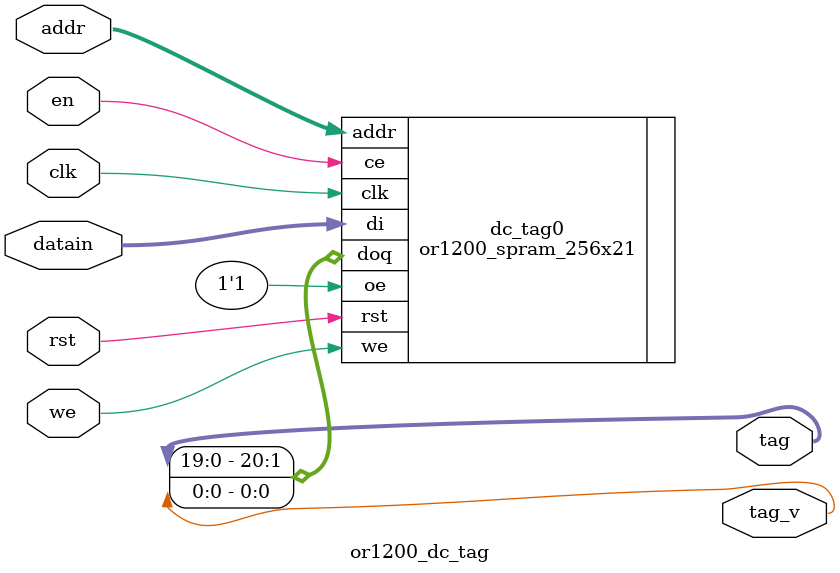
<source format=v>


//
// Dump VCD
//
//`define OR1200_VCD_DUMP

//
// Generate debug messages during simulation
//
//`define OR1200_VERBOSE

//  `define OR1200_ASIC
////////////////////////////////////////////////////////
//
// Typical configuration for an ASIC
//
`ifdef OR1200_ASIC

//
// Target ASIC memories
//
//`define OR1200_ARTISAN_SSP
//`define OR1200_ARTISAN_SDP
//`define OR1200_ARTISAN_STP
`define OR1200_VIRTUALSILICON_SSP
//`define OR1200_VIRTUALSILICON_STP_T1
//`define OR1200_VIRTUALSILICON_STP_T2

//
// Do not implement Data cache
//
//`define OR1200_NO_DC

//
// Do not implement Insn cache
//
//`define OR1200_NO_IC

//
// Do not implement Data MMU
//
//`define OR1200_NO_DMMU

//
// Do not implement Insn MMU
//
//`define OR1200_NO_IMMU

//
// Select between ASIC optimized and generic multiplier
//
//`define OR1200_ASIC_MULTP2_32X32
`define OR1200_GENERIC_MULTP2_32X32

//
// Size/type of insn/data cache if implemented
//
// `define OR1200_IC_1W_512B
// `define OR1200_IC_1W_4KB
`define OR1200_IC_1W_8KB
// `define OR1200_DC_1W_4KB
`define OR1200_DC_1W_8KB

`else


/////////////////////////////////////////////////////////
//
// Typical configuration for an FPGA
//

//
// Target FPGA memories
//
//`define OR1200_ALTERA_LPM
//`define OR1200_XILINX_RAMB16
//`define OR1200_XILINX_RAMB4
//`define OR1200_XILINX_RAM32X1D
//`define OR1200_USE_RAM16X1D_FOR_RAM32X1D

//
// Do not implement Data cache
//
//`define OR1200_NO_DC

//
// Do not implement Insn cache
//
//`define OR1200_NO_IC

//
// Do not implement Data MMU
//
`define OR1200_NO_DMMU

//
// Do not implement Insn MMU
//
`define OR1200_NO_IMMU

//
// Select between ASIC and generic multiplier
//
// (Generic seems to trigger a bug in the Cadence Ncsim simulator)
//
//`define OR1200_ASIC_MULTP2_32X32
`define OR1200_GENERIC_MULTP2_32X32

//
// Size/type of insn/data cache if implemented
// (consider available FPGA memory resources)
//
//`define OR1200_IC_1W_512B
`define OR1200_IC_1W_4KB
//`define OR1200_IC_1W_8KB
`define OR1200_DC_1W_4KB
//`define OR1200_DC_1W_8KB

`endif


//////////////////////////////////////////////////////////
//
// Do not change below unless you know what you are doing
//

//
// Enable RAM BIST
//
// At the moment this only works for Virtual Silicon
// single port RAMs. For other RAMs it has not effect.
// Special wrapper for VS RAMs needs to be provided
// with scan flops to facilitate bist scan.
//
//`define OR1200_BIST

//
// Register OR1200 WISHBONE outputs
// (must be defined/enabled)
//
`define OR1200_REGISTERED_OUTPUTS

//
// Register OR1200 WISHBONE inputs
//
// (must be undefined/disabled)
//
//`define OR1200_REGISTERED_INPUTS

//
// Disable bursts if they are not supported by the
// memory subsystem (only affect cache line fill)
//
//`define OR1200_NO_BURSTS
//

//
// WISHBONE retry counter range
//
// 2^value range for retry counter. Retry counter
// is activated whenever *wb_rty_i is asserted and
// until retry counter expires, corresponding
// WISHBONE interface is deactivated.
//
// To disable retry counters and *wb_rty_i all together,
// undefine this macro.
//
//`define OR1200_WB_RETRY 7

//
// WISHBONE Consecutive Address Burst
//
// This was used prior to WISHBONE B3 specification
// to identify bursts. It is no longer needed but
// remains enabled for compatibility with old designs.
//
// To remove *wb_cab_o ports undefine this macro.
//
`define OR1200_WB_CAB

//
// WISHBONE B3 compatible interface
//
// This follows the WISHBONE B3 specification.
// It is not enabled by default because most
// designs still don't use WB b3.
//
// To enable *wb_cti_o/*wb_bte_o ports,
// define this macro.
//
//`define OR1200_WB_B3

//
// Enable additional synthesis directives if using
// _Synopsys_ synthesis tool
//
//`define OR1200_ADDITIONAL_SYNOPSYS_DIRECTIVES

//
// Enables default statement in some case blocks
// and disables Synopsys synthesis directive full_case
//
// By default it is enabled. When disabled it
// can increase clock frequency.
//
`define OR1200_CASE_DEFAULT

//
// Operand width / register file address width
//
// (DO NOT CHANGE)
//
`define OR1200_OPERAND_WIDTH		32
`define OR1200_REGFILE_ADDR_WIDTH	5

//
// l.add/l.addi/l.and and optional l.addc/l.addic
// also set (compare) flag when result of their
// operation equals zero
//
// At the time of writing this, default or32
// C/C++ compiler doesn't generate code that
// would benefit from this optimization.
//
// By default this optimization is disabled to
// save area.
//
//`define OR1200_ADDITIONAL_FLAG_MODIFIERS

//
// Implement l.addc/l.addic instructions
//
// By default implementation of l.addc/l.addic
// instructions is enabled in case you need them.
// If you don't use them, then disable implementation
// to save area.
//
`define OR1200_IMPL_ADDC

//
// Implement carry bit SR[CY]
//
// By default implementation of SR[CY] is enabled
// to be compliant with the simulator. However
// SR[CY] is explicitly only used by l.addc/l.addic
// instructions and if these two insns are not
// implemented there is not much point having SR[CY].
//
`define OR1200_IMPL_CY

//
// Implement optional l.div/l.divu instructions
//
// By default divide instructions are not implemented
// to save area and increase clock frequency. or32 C/C++
// compiler can use soft library for division.
//
// To implement divide, multiplier needs to be implemented.
//
//`define OR1200_IMPL_DIV

//
// Implement rotate in the ALU
//
// At the time of writing this, or32
// C/C++ compiler doesn't generate rotate
// instructions. However or32 assembler
// can assemble code that uses rotate insn.
// This means that rotate instructions
// must be used manually inserted.
//
// By default implementation of rotate
// is disabled to save area and increase
// clock frequency.
//
//`define OR1200_IMPL_ALU_ROTATE

//
// Type of ALU compare to implement
//
// Try either one to find what yields
// higher clock frequencyin your case.
//
//`define OR1200_IMPL_ALU_COMP1
`define OR1200_IMPL_ALU_COMP2

//
// Implement multiplier
//
// By default multiplier is implemented
//
`define OR1200_MULT_IMPLEMENTED

//
// Implement multiply-and-accumulate
//
// By default MAC is implemented. To
// implement MAC, multiplier needs to be
// implemented.
//
`define OR1200_MAC_IMPLEMENTED

//
// Low power, slower multiplier
//
// Select between low-power (larger) multiplier
// and faster multiplier. The actual difference
// is only AND logic that prevents distribution
// of operands into the multiplier when instruction
// in execution is not multiply instruction
//
//`define OR1200_LOWPWR_MULT

//
// Clock ratio RISC clock versus WB clock
//
// If you plan to run WB:RISC clock fixed to 1:1, disable
// both defines
//
// For WB:RISC 1:2 or 1:1, enable OR1200_CLKDIV_2_SUPPORTED
// and use clmode to set ratio
//
// For WB:RISC 1:4, 1:2 or 1:1, enable both defines and use
// clmode to set ratio
//
`define OR1200_CLKDIV_2_SUPPORTED
//`define OR1200_CLKDIV_4_SUPPORTED

//
// Type of register file RAM
//
// Memory macro w/ two ports (see or1200_tpram_32x32.v)
//`define OR1200_RFRAM_TWOPORT
//
// Memory macro dual port (see or1200_dpram_32x32.v)
//`define OR1200_RFRAM_DUALPORT
//
// Generic (flip-flop based) register file (see or1200_rfram_generic.v)
`define OR1200_RFRAM_GENERIC

//
// Type of mem2reg aligner to implement.
//
// Once OR1200_IMPL_MEM2REG2 yielded faster
// circuit, however with today tools it will
// most probably give you slower circuit.
//
`define OR1200_IMPL_MEM2REG1
//`define OR1200_IMPL_MEM2REG2

//
// ALUOPs
//
`define OR1200_ALUOP_WIDTH	4
`define OR1200_ALUOP_NOP	4'd4
/* Order defined by arith insns that have two source operands both in regs
   (see binutils/include/opcode/or32.h) */
`define OR1200_ALUOP_ADD	4'd0
`define OR1200_ALUOP_ADDC	4'd1
`define OR1200_ALUOP_SUB	4'd2
`define OR1200_ALUOP_AND	4'd3
`define OR1200_ALUOP_OR		4'd4
`define OR1200_ALUOP_XOR	4'd5
`define OR1200_ALUOP_MUL	4'd6
`define OR1200_ALUOP_CUST5	4'd7
`define OR1200_ALUOP_SHROT	4'd8
`define OR1200_ALUOP_DIV	4'd9
`define OR1200_ALUOP_DIVU	4'd10
/* Order not specifically defined. */
`define OR1200_ALUOP_IMM	4'd11
`define OR1200_ALUOP_MOVHI	4'd12
`define OR1200_ALUOP_COMP	4'd13
`define OR1200_ALUOP_MTSR	4'd14
`define OR1200_ALUOP_MFSR	4'd15
`define OR1200_ALUOP_CMOV 4'd14
`define OR1200_ALUOP_FF1  4'd15
//
// MACOPs
//
`define OR1200_MACOP_WIDTH	2
`define OR1200_MACOP_NOP	2'b00
`define OR1200_MACOP_MAC	2'b01
`define OR1200_MACOP_MSB	2'b10

//
// Shift/rotate ops
//
`define OR1200_SHROTOP_WIDTH	2
`define OR1200_SHROTOP_NOP	2'd0
`define OR1200_SHROTOP_SLL	2'd0
`define OR1200_SHROTOP_SRL	2'd1
`define OR1200_SHROTOP_SRA	2'd2
`define OR1200_SHROTOP_ROR	2'd3

// Execution cycles per instruction
`define OR1200_MULTICYCLE_WIDTH	2
`define OR1200_ONE_CYCLE		2'd0
`define OR1200_TWO_CYCLES		2'd1

// Operand MUX selects
`define OR1200_SEL_WIDTH		2
`define OR1200_SEL_RF			2'd0
`define OR1200_SEL_IMM			2'd1
`define OR1200_SEL_EX_FORW		2'd2
`define OR1200_SEL_WB_FORW		2'd3

//
// BRANCHOPs
//
`define OR1200_BRANCHOP_WIDTH		3
`define OR1200_BRANCHOP_NOP		3'd0
`define OR1200_BRANCHOP_J		3'd1
`define OR1200_BRANCHOP_JR		3'd2
`define OR1200_BRANCHOP_BAL		3'd3
`define OR1200_BRANCHOP_BF		3'd4
`define OR1200_BRANCHOP_BNF		3'd5
`define OR1200_BRANCHOP_RFE		3'd6

//
// LSUOPs
//
// Bit 0: sign extend
// Bits 1-2: 00 doubleword, 01 byte, 10 halfword, 11 singleword
// Bit 3: 0 load, 1 store
`define OR1200_LSUOP_WIDTH		4
`define OR1200_LSUOP_NOP		4'b0000
`define OR1200_LSUOP_LBZ		4'b0010
`define OR1200_LSUOP_LBS		4'b0011
`define OR1200_LSUOP_LHZ		4'b0100
`define OR1200_LSUOP_LHS		4'b0101
`define OR1200_LSUOP_LWZ		4'b0110
`define OR1200_LSUOP_LWS		4'b0111
`define OR1200_LSUOP_LD		4'b0001
`define OR1200_LSUOP_SD		4'b1000
`define OR1200_LSUOP_SB		4'b1010
`define OR1200_LSUOP_SH		4'b1100
`define OR1200_LSUOP_SW		4'b1110

// FETCHOPs
`define OR1200_FETCHOP_WIDTH		1
`define OR1200_FETCHOP_NOP		1'b0
`define OR1200_FETCHOP_LW		1'b1

//
// Register File Write-Back OPs
//
// Bit 0: register file write enable
// Bits 2-1: write-back mux selects
`define OR1200_RFWBOP_WIDTH		3
`define OR1200_RFWBOP_NOP		3'b000
`define OR1200_RFWBOP_ALU		3'b001
`define OR1200_RFWBOP_LSU		3'b011
`define OR1200_RFWBOP_SPRS		3'b101
`define OR1200_RFWBOP_LR		3'b111

// Compare instructions
`define OR1200_COP_SFEQ       3'b000
`define OR1200_COP_SFNE       3'b001
`define OR1200_COP_SFGT       3'b010
`define OR1200_COP_SFGE       3'b011
`define OR1200_COP_SFLT       3'b100
`define OR1200_COP_SFLE       3'b101
`define OR1200_COP_X          3'b111
`define OR1200_SIGNED_COMPARE 'd3
`define OR1200_COMPOP_WIDTH	4

//
// TAGs for instruction bus
//
`define OR1200_ITAG_IDLE	4'h0	// idle bus
`define	OR1200_ITAG_NI		4'h1	// normal insn
`define OR1200_ITAG_BE		4'hb	// Bus error exception
`define OR1200_ITAG_PE		4'hc	// Page fault exception
`define OR1200_ITAG_TE		4'hd	// TLB miss exception

//
// TAGs for data bus
//
`define OR1200_DTAG_IDLE	4'h0	// idle bus
`define	OR1200_DTAG_ND		4'h1	// normal data
`define OR1200_DTAG_AE		4'ha	// Alignment exception
`define OR1200_DTAG_BE		4'hb	// Bus error exception
`define OR1200_DTAG_PE		4'hc	// Page fault exception
`define OR1200_DTAG_TE		4'hd	// TLB miss exception


//////////////////////////////////////////////
//
// ORBIS32 ISA specifics
//

// SHROT_OP position in machine word
`define OR1200_SHROTOP_POS		7:6

// ALU instructions multicycle field in machine word
`define OR1200_ALUMCYC_POS		9:8

//
// Instruction opcode groups (basic)
//
`define OR1200_OR32_J                 6'b000000
`define OR1200_OR32_JAL               6'b000001
`define OR1200_OR32_BNF               6'b000011
`define OR1200_OR32_BF                6'b000100
`define OR1200_OR32_NOP               6'b000101
`define OR1200_OR32_MOVHI             6'b000110
`define OR1200_OR32_XSYNC             6'b001000
`define OR1200_OR32_RFE               6'b001001
/* */
`define OR1200_OR32_JR                6'b010001
`define OR1200_OR32_JALR              6'b010010
`define OR1200_OR32_MACI              6'b010011
/* */
`define OR1200_OR32_LWZ               6'b100001
`define OR1200_OR32_LBZ               6'b100011
`define OR1200_OR32_LBS               6'b100100
`define OR1200_OR32_LHZ               6'b100101
`define OR1200_OR32_LHS               6'b100110
`define OR1200_OR32_ADDI              6'b100111
`define OR1200_OR32_ADDIC             6'b101000
`define OR1200_OR32_ANDI              6'b101001
`define OR1200_OR32_ORI               6'b101010
`define OR1200_OR32_XORI              6'b101011
`define OR1200_OR32_MULI              6'b101100
`define OR1200_OR32_MFSPR             6'b101101
`define OR1200_OR32_SH_ROTI 	      6'b101110
`define OR1200_OR32_SFXXI             6'b101111
/* */
`define OR1200_OR32_MTSPR             6'b110000
`define OR1200_OR32_MACMSB            6'b110001
/* */
`define OR1200_OR32_SW                6'b110101
`define OR1200_OR32_SB                6'b110110
`define OR1200_OR32_SH                6'b110111
`define OR1200_OR32_ALU               6'b111000
`define OR1200_OR32_SFXX              6'b111001
//`define OR1200_OR32_CUST5             6'b111100


/////////////////////////////////////////////////////
//
// Exceptions
//

//
// Exception vectors per OR1K architecture:
// 0xPPPPP100 - reset
// 0xPPPPP200 - bus error
// ... etc
// where P represents exception prefix.
//
// Exception vectors can be customized as per
// the following formula:
// 0xPPPPPNVV - exception N
//
// P represents exception prefix
// N represents exception N
// VV represents length of the individual vector space,
//   usually it is 8 bits wide and starts with all bits zero
//

//
// PPPPP and VV parts
//
// Sum of these two defines needs to be 28
//
`define OR1200_EXCEPT_EPH0_P 20'h00000
`define OR1200_EXCEPT_EPH1_P 20'hF0000
`define OR1200_EXCEPT_V		   8'h00

//
// N part width
//
`define OR1200_EXCEPT_WIDTH 4

//
// Definition of exception vectors
//
// To avoid implementation of a certain exception,
// simply comment out corresponding line
//
`define OR1200_EXCEPT_UNUSED		`OR1200_EXCEPT_WIDTH'hf
`define OR1200_EXCEPT_TRAP		`OR1200_EXCEPT_WIDTH'he
`define OR1200_EXCEPT_BREAK		`OR1200_EXCEPT_WIDTH'hd
`define OR1200_EXCEPT_SYSCALL		`OR1200_EXCEPT_WIDTH'hc
`define OR1200_EXCEPT_RANGE		`OR1200_EXCEPT_WIDTH'hb
`define OR1200_EXCEPT_ITLBMISS		`OR1200_EXCEPT_WIDTH'ha
`define OR1200_EXCEPT_DTLBMISS		`OR1200_EXCEPT_WIDTH'h9
`define OR1200_EXCEPT_INT		`OR1200_EXCEPT_WIDTH'h8
`define OR1200_EXCEPT_ILLEGAL		`OR1200_EXCEPT_WIDTH'h7
`define OR1200_EXCEPT_ALIGN		`OR1200_EXCEPT_WIDTH'h6
`define OR1200_EXCEPT_TICK		`OR1200_EXCEPT_WIDTH'h5
`define OR1200_EXCEPT_IPF		`OR1200_EXCEPT_WIDTH'h4
`define OR1200_EXCEPT_DPF		`OR1200_EXCEPT_WIDTH'h3
`define OR1200_EXCEPT_BUSERR		`OR1200_EXCEPT_WIDTH'h2
`define OR1200_EXCEPT_RESET		`OR1200_EXCEPT_WIDTH'h1
`define OR1200_EXCEPT_NONE		`OR1200_EXCEPT_WIDTH'h0


/////////////////////////////////////////////////////
//
// SPR groups
//

// Bits that define the group
`define OR1200_SPR_GROUP_BITS	15:11

// Width of the group bits
`define OR1200_SPR_GROUP_WIDTH 	5

// Bits that define offset inside the group
`define OR1200_SPR_OFS_BITS 10:0

// List of groups
`define OR1200_SPR_GROUP_SYS	5'd00
`define OR1200_SPR_GROUP_DMMU	5'd01
`define OR1200_SPR_GROUP_IMMU	5'd02
`define OR1200_SPR_GROUP_DC	5'd03
`define OR1200_SPR_GROUP_IC	5'd04
`define OR1200_SPR_GROUP_MAC	5'd05
`define OR1200_SPR_GROUP_DU	5'd06
`define OR1200_SPR_GROUP_PM	5'd08
`define OR1200_SPR_GROUP_PIC	5'd09
`define OR1200_SPR_GROUP_TT	5'd10


/////////////////////////////////////////////////////
//
// System group
//

//
// System registers
//
`define OR1200_SPR_CFGR		7'd0
`define OR1200_SPR_RF		6'd32	// 1024 >> 5
`define OR1200_SPR_NPC		11'd16
`define OR1200_SPR_SR		11'd17
`define OR1200_SPR_PPC		11'd18
`define OR1200_SPR_EPCR		11'd32
`define OR1200_SPR_EEAR		11'd48
`define OR1200_SPR_ESR		11'd64

//
// SR bits
//
`define OR1200_SR_WIDTH 16
`define OR1200_SR_SM   0
`define OR1200_SR_TEE  1
`define OR1200_SR_IEE  2
`define OR1200_SR_DCE  3
`define OR1200_SR_ICE  4
`define OR1200_SR_DME  5
`define OR1200_SR_IME  6
`define OR1200_SR_LEE  7
`define OR1200_SR_CE   8
`define OR1200_SR_F    9
`define OR1200_SR_CY   10	// Unused
`define OR1200_SR_OV   11	// Unused
`define OR1200_SR_OVE  12	// Unused
`define OR1200_SR_DSX  13	// Unused
`define OR1200_SR_EPH  14
`define OR1200_SR_FO   15
`define OR1200_SR_CID  31:28	// Unimplemented

//
// Bits that define offset inside the group
//
`define OR1200_SPROFS_BITS 10:0

//
// Default Exception Prefix
//
// 1'b0 - OR1200_EXCEPT_EPH0_P (0x0000_0000)
// 1'b1 - OR1200_EXCEPT_EPH1_P (0xF000_0000)
//
`define OR1200_SR_EPH_DEF	1'b0

/////////////////////////////////////////////////////
//
// Power Management (PM)
//

// Define it if you want PM implemented
`define OR1200_PM_IMPLEMENTED

// Bit positions inside PMR (don't change)
`define OR1200_PM_PMR_SDF 3:0
`define OR1200_PM_PMR_DME 4
`define OR1200_PM_PMR_SME 5
`define OR1200_PM_PMR_DCGE 6
`define OR1200_PM_PMR_UNUSED 31:7

// PMR offset inside PM group of registers
`define OR1200_PM_OFS_PMR 11'b0

// PM group
`define OR1200_SPRGRP_PM 5'd8

// Define if PMR can be read/written at any address inside PM group
`define OR1200_PM_PARTIAL_DECODING

// Define if reading PMR is allowed
`define OR1200_PM_READREGS

// Define if unused PMR bits should be zero
`define OR1200_PM_UNUSED_ZERO


/////////////////////////////////////////////////////
//
// Debug Unit (DU)
//

// Define it if you want DU implemented
`define OR1200_DU_IMPLEMENTED

//
// Define if you want HW Breakpoints
// (if HW breakpoints are not implemented
// only default software trapping is
// possible with l.trap insn - this is
// however already enough for use
// with or32 gdb)
//
//`define OR1200_DU_HWBKPTS

// Number of DVR/DCR pairs if HW breakpoints enabled
`define OR1200_DU_DVRDCR_PAIRS 8

// Define if you want trace buffer
//`define OR1200_DU_TB_IMPLEMENTED

//
// Address offsets of DU registers inside DU group
//
// To not implement a register, doq not define its address
//
`ifdef OR1200_DU_HWBKPTS
`define OR1200_DU_DVR0		11'd0
`define OR1200_DU_DVR1		11'd1
`define OR1200_DU_DVR2		11'd2
`define OR1200_DU_DVR3		11'd3
`define OR1200_DU_DVR4		11'd4
`define OR1200_DU_DVR5		11'd5
`define OR1200_DU_DVR6		11'd6
`define OR1200_DU_DVR7		11'd7
`define OR1200_DU_DCR0		11'd8
`define OR1200_DU_DCR1		11'd9
`define OR1200_DU_DCR2		11'd10
`define OR1200_DU_DCR3		11'd11
`define OR1200_DU_DCR4		11'd12
`define OR1200_DU_DCR5		11'd13
`define OR1200_DU_DCR6		11'd14
`define OR1200_DU_DCR7		11'd15
`endif
`define OR1200_DU_DMR1		11'd16
`ifdef OR1200_DU_HWBKPTS
`define OR1200_DU_DMR2		11'd17
`define OR1200_DU_DWCR0		11'd18
`define OR1200_DU_DWCR1		11'd19
`endif
`define OR1200_DU_DSR		11'd20
`define OR1200_DU_DRR		11'd21
`ifdef OR1200_DU_TB_IMPLEMENTED
`define OR1200_DU_TBADR		11'h0ff
`define OR1200_DU_TBIA		11'h1xx
`define OR1200_DU_TBIM		11'h2xx
`define OR1200_DU_TBAR		11'h3xx
`define OR1200_DU_TBTS		11'h4xx
`endif

// Position of offset bits inside SPR address
`define OR1200_DUOFS_BITS	10:0

// DCR bits
`define OR1200_DU_DCR_DP	0
`define OR1200_DU_DCR_CC	3:1
`define OR1200_DU_DCR_SC	4
`define OR1200_DU_DCR_CT	7:5

// DMR1 bits
`define OR1200_DU_DMR1_CW0	1:0
`define OR1200_DU_DMR1_CW1	3:2
`define OR1200_DU_DMR1_CW2	5:4
`define OR1200_DU_DMR1_CW3	7:6
`define OR1200_DU_DMR1_CW4	9:8
`define OR1200_DU_DMR1_CW5	11:10
`define OR1200_DU_DMR1_CW6	13:12
`define OR1200_DU_DMR1_CW7	15:14
`define OR1200_DU_DMR1_CW8	17:16
`define OR1200_DU_DMR1_CW9	19:18
`define OR1200_DU_DMR1_CW10	21:20
`define OR1200_DU_DMR1_ST	22
`define OR1200_DU_DMR1_BT	23
`define OR1200_DU_DMR1_DXFW	24
`define OR1200_DU_DMR1_ETE	25

// DMR2 bits
`define OR1200_DU_DMR2_WCE0	0
`define OR1200_DU_DMR2_WCE1	1
`define OR1200_DU_DMR2_AWTC	12:2
`define OR1200_DU_DMR2_WGB	23:13

// DWCR bits
`define OR1200_DU_DWCR_COUNT	15:0
`define OR1200_DU_DWCR_MATCH	31:16

// DSR bits
`define OR1200_DU_DSR_WIDTH	14
`define OR1200_DU_DSR_RSTE	0
`define OR1200_DU_DSR_BUSEE	1
`define OR1200_DU_DSR_DPFE	2
`define OR1200_DU_DSR_IPFE	3
`define OR1200_DU_DSR_TTE	4
`define OR1200_DU_DSR_AE	5
`define OR1200_DU_DSR_IIE	6
`define OR1200_DU_DSR_IE	7
`define OR1200_DU_DSR_DME	8
`define OR1200_DU_DSR_IME	9
`define OR1200_DU_DSR_RE	10
`define OR1200_DU_DSR_SCE	11
`define OR1200_DU_DSR_BE	12
`define OR1200_DU_DSR_TE	13

// DRR bits
`define OR1200_DU_DRR_RSTE	0
`define OR1200_DU_DRR_BUSEE	1
`define OR1200_DU_DRR_DPFE	2
`define OR1200_DU_DRR_IPFE	3
`define OR1200_DU_DRR_TTE	4
`define OR1200_DU_DRR_AE	5
`define OR1200_DU_DRR_IIE	6
`define OR1200_DU_DRR_IE	7
`define OR1200_DU_DRR_DME	8
`define OR1200_DU_DRR_IME	9
`define OR1200_DU_DRR_RE	10
`define OR1200_DU_DRR_SCE	11
`define OR1200_DU_DRR_BE	12
`define OR1200_DU_DRR_TE	13

// Define if reading DU regs is allowed
`define OR1200_DU_READREGS

// Define if unused DU registers bits should be zero
`define OR1200_DU_UNUSED_ZERO

// Define if IF/LSU status is not needed by devel i/f
`define OR1200_DU_STATUS_UNIMPLEMENTED

/////////////////////////////////////////////////////
//
// Programmable Interrupt Controller (PIC)
//

// Define it if you want PIC implemented
`define OR1200_PIC_IMPLEMENTED

// Define number of interrupt inputs (2-31)
`define OR1200_PIC_INTS 20

// Address offsets of PIC registers inside PIC group
`define OR1200_PIC_OFS_PICMR 2'd0
`define OR1200_PIC_OFS_PICSR 2'd2

// Position of offset bits inside SPR address
`define OR1200_PICOFS_BITS 1:0

// Define if you want these PIC registers to be implemented
`define OR1200_PIC_PICMR
`define OR1200_PIC_PICSR

// Define if reading PIC registers is allowed
`define OR1200_PIC_READREGS

// Define if unused PIC register bits should be zero
`define OR1200_PIC_UNUSED_ZERO


/////////////////////////////////////////////////////
//
// Tick Timer (TT)
//

// Define it if you want TT implemented
`define OR1200_TT_IMPLEMENTED

// Address offsets of TT registers inside TT group
`define OR1200_TT_OFS_TTMR 1'd0
`define OR1200_TT_OFS_TTCR 1'd1

// Position of offset bits inside SPR group
`define OR1200_TTOFS_BITS 0

// Define if you want these TT registers to be implemented
`define OR1200_TT_TTMR
`define OR1200_TT_TTCR

// TTMR bits
`define OR1200_TT_TTMR_TP 27:0
`define OR1200_TT_TTMR_IP 28
`define OR1200_TT_TTMR_IE 29
`define OR1200_TT_TTMR_M 31:30

// Define if reading TT registers is allowed
`define OR1200_TT_READREGS


//////////////////////////////////////////////
//
// MAC
//
`define OR1200_MAC_ADDR		0	// MACLO 0xxxxxxxx1, MACHI 0xxxxxxxx0
`define OR1200_MAC_SPR_WE		// Define if MACLO/MACHI are SPR writable

//
// Shift {MACHI,MACLO} into destination register when executing l.macrc
//
// According to architecture manual there is no shift, so default value is 0.
//
// However the implementation has deviated in this from the arch manual and had hard coded shift by 28 bits which
// is a useful optimization for MP3 decoding (if using libmad fixed point library). Shifts are no longer
// default setup, but if you need to remain backward compatible, define your shift bits, which were normally
// dest_GPR = {MACHI,MACLO}[59:28]
`define OR1200_MAC_SHIFTBY	0	// 0 = According to arch manual, 28 = obsolete backward compatibility


//////////////////////////////////////////////
//
// Data MMU (DMMU)
//

//
// Address that selects between TLB TR and MR
//
`define OR1200_DTLB_TM_ADDR	7

//
// DTLBMR fields
//
`define	OR1200_DTLBMR_V_BITS	0
`define	OR1200_DTLBMR_CID_BITS	4:1
`define	OR1200_DTLBMR_RES_BITS	11:5
`define OR1200_DTLBMR_VPN_BITS	31:13

//
// DTLBTR fields
//
`define	OR1200_DTLBTR_CC_BITS	0
`define	OR1200_DTLBTR_CI_BITS	1
`define	OR1200_DTLBTR_WBC_BITS	2
`define	OR1200_DTLBTR_WOM_BITS	3
`define	OR1200_DTLBTR_A_BITS	4
`define	OR1200_DTLBTR_D_BITS	5
`define	OR1200_DTLBTR_URE_BITS	6
`define	OR1200_DTLBTR_UWE_BITS	7
`define	OR1200_DTLBTR_SRE_BITS	8
`define	OR1200_DTLBTR_SWE_BITS	9
`define	OR1200_DTLBTR_RES_BITS	11:10
`define OR1200_DTLBTR_PPN_BITS	31:13

//
// DTLB configuration
//
`define	OR1200_DMMU_PS		13					// 13 for 8KB page size
`define	OR1200_DTLB_INDXW	6					// 6 for 64 entry DTLB	7 for 128 entries
`define OR1200_DTLB_INDXL	`OR1200_DMMU_PS				// 13			13
`define OR1200_DTLB_INDXH	`OR1200_DMMU_PS+`OR1200_DTLB_INDXW-1	// 18			19
`define	OR1200_DTLB_INDX	`OR1200_DTLB_INDXH:`OR1200_DTLB_INDXL	// 18:13		19:13
`define OR1200_DTLB_TAGW	32-`OR1200_DTLB_INDXW-`OR1200_DMMU_PS	// 13			12
`define OR1200_DTLB_TAGL	`OR1200_DTLB_INDXH+1			// 19			20
`define	OR1200_DTLB_TAG		31:`OR1200_DTLB_TAGL			// 31:19		31:20
`define	OR1200_DTLBMRW		`OR1200_DTLB_TAGW+1			// +1 because of V bit
`define	OR1200_DTLBTRW		32-`OR1200_DMMU_PS+5			// +5 because of protection bits and CI

//
// Cache inhibit while DMMU is not enabled/implemented
//
// cache inhibited 0GB-4GB		1'b1
// cache inhibited 0GB-2GB		!dcpu_adr_i[31]
// cache inhibited 0GB-1GB 2GB-3GB	!dcpu_adr_i[30]
// cache inhibited 1GB-2GB 3GB-4GB	dcpu_adr_i[30]
// cache inhibited 2GB-4GB (default)	dcpu_adr_i[31]
// cached 0GB-4GB			1'b0
//
`define OR1200_DMMU_CI			dcpu_adr_i[31]


//////////////////////////////////////////////
//
// Insn MMU (IMMU)
//

//
// Address that selects between TLB TR and MR
//
`define OR1200_ITLB_TM_ADDR	7

//
// ITLBMR fields
//
`define	OR1200_ITLBMR_V_BITS	0
`define	OR1200_ITLBMR_CID_BITS	4:1
`define	OR1200_ITLBMR_RES_BITS	11:5
`define OR1200_ITLBMR_VPN_BITS	31:13

//
// ITLBTR fields
//
`define	OR1200_ITLBTR_CC_BITS	0
`define	OR1200_ITLBTR_CI_BITS	1
`define	OR1200_ITLBTR_WBC_BITS	2
`define	OR1200_ITLBTR_WOM_BITS	3
`define	OR1200_ITLBTR_A_BITS	4
`define	OR1200_ITLBTR_D_BITS	5
`define	OR1200_ITLBTR_SXE_BITS	6
`define	OR1200_ITLBTR_UXE_BITS	7
`define	OR1200_ITLBTR_RES_BITS	11:8
`define OR1200_ITLBTR_PPN_BITS	31:13

//
// ITLB configuration
//
`define	OR1200_IMMU_PS		13					// 13 for 8KB page size
`define	OR1200_ITLB_INDXW	6					// 6 for 64 entry ITLB	7 for 128 entries
`define OR1200_ITLB_INDXL	`OR1200_IMMU_PS				// 13			13
`define OR1200_ITLB_INDXH	`OR1200_IMMU_PS+`OR1200_ITLB_INDXW-1	// 18			19
`define	OR1200_ITLB_INDX	`OR1200_ITLB_INDXH:`OR1200_ITLB_INDXL	// 18:13		19:13
`define OR1200_ITLB_TAGW	32-`OR1200_ITLB_INDXW-`OR1200_IMMU_PS	// 13			12
`define OR1200_ITLB_TAGL	`OR1200_ITLB_INDXH+1			// 19			20
`define	OR1200_ITLB_TAG		31:`OR1200_ITLB_TAGL			// 31:19		31:20
`define	OR1200_ITLBMRW		`OR1200_ITLB_TAGW+1			// +1 because of V bit
`define	OR1200_ITLBTRW		32-`OR1200_IMMU_PS+3			// +3 because of protection bits and CI

//
// Cache inhibit while IMMU is not enabled/implemented
// Note: all combinations that use icpu_adr_i cause async loop
//
// cache inhibited 0GB-4GB		1'b1
// cache inhibited 0GB-2GB		!icpu_adr_i[31]
// cache inhibited 0GB-1GB 2GB-3GB	!icpu_adr_i[30]
// cache inhibited 1GB-2GB 3GB-4GB	icpu_adr_i[30]
// cache inhibited 2GB-4GB (default)	icpu_adr_i[31]
// cached 0GB-4GB			1'b0
//
`define OR1200_IMMU_CI			1'b0


/////////////////////////////////////////////////
//
// Insn cache (IC)
//

// 3 for 8 bytes, 4 for 16 bytes etc
`define OR1200_ICLS		4

//
// IC configurations
//
`ifdef OR1200_IC_1W_512B
`define OR1200_ICSIZE   9     // 512
`define OR1200_ICINDX   `OR1200_ICSIZE-2 // 7
`define OR1200_ICINDXH  `OR1200_ICSIZE-1 // 8
`define OR1200_ICTAGL   `OR1200_ICINDXH+1 // 9
`define OR1200_ICTAG    `OR1200_ICSIZE-`OR1200_ICLS // 5
`define OR1200_ICTAG_W  24
`endif
`ifdef OR1200_IC_1W_4KB
`define OR1200_ICSIZE			12			// 4096
`define OR1200_ICINDX			`OR1200_ICSIZE-2	// 10
`define OR1200_ICINDXH			`OR1200_ICSIZE-1	// 11
`define OR1200_ICTAGL			`OR1200_ICINDXH+1	// 12
`define	OR1200_ICTAG			`OR1200_ICSIZE-`OR1200_ICLS	// 8
`define	OR1200_ICTAG_W			21
`endif
`ifdef OR1200_IC_1W_8KB
`define OR1200_ICSIZE			13			// 8192
`define OR1200_ICINDX			`OR1200_ICSIZE-2	// 11
`define OR1200_ICINDXH			`OR1200_ICSIZE-1	// 12
`define OR1200_ICTAGL			`OR1200_ICINDXH+1	// 13
`define	OR1200_ICTAG			`OR1200_ICSIZE-`OR1200_ICLS	// 9
`define	OR1200_ICTAG_W			20
`endif


/////////////////////////////////////////////////
//
// Data cache (DC)
//

// 3 for 8 bytes, 4 for 16 bytes etc
`define OR1200_DCLS		4

// Define to perform store refill (potential performance penalty)
// `define OR1200_DC_STORE_REFILL

//
// DC configurations
//
`ifdef OR1200_DC_1W_4KB
`define OR1200_DCSIZE			12			// 4096
`define OR1200_DCINDX			`OR1200_DCSIZE-2	// 10
`define OR1200_DCINDXH			`OR1200_DCSIZE-1	// 11
`define OR1200_DCTAGL			`OR1200_DCINDXH+1	// 12
`define	OR1200_DCTAG			`OR1200_DCSIZE-`OR1200_DCLS	// 8
`define	OR1200_DCTAG_W			21
`endif
`ifdef OR1200_DC_1W_8KB
`define OR1200_DCSIZE			13			// 8192
`define OR1200_DCINDX			`OR1200_DCSIZE-2	// 11
`define OR1200_DCINDXH			`OR1200_DCSIZE-1	// 12
`define OR1200_DCTAGL			`OR1200_DCINDXH+1	// 13
`define	OR1200_DCTAG			`OR1200_DCSIZE-`OR1200_DCLS	// 9
`define	OR1200_DCTAG_W			20
`endif

/////////////////////////////////////////////////
//
// Store buffer (SB)
//

//
// Store buffer
//
// It will improve performance by "caching" CPU stores
// using store buffer. This is most important for function
// prologues because DC can only work in write though mode
// and all stores would have to complete external WB writes
// to memory.
// Store buffer is between DC and data BIU.
// All stores will be stored into store buffer and immediately
// completed by the CPU, even though actual external writes
// will be performed later. As a consequence store buffer masks
// all data bus errors related to stores (data bus errors
// related to loads are delivered normally).
// All pending CPU loads will wait until store buffer is empty to
// ensure strict memory model. Right now this is necessary because
// we don't make destinction between cached and cache inhibited
// address space, so we simply empty store buffer until loads
// can begin.
//
// It makes design a bit bigger, depending what is the number of
// entries in SB FIFO. Number of entries can be changed further
// down.
//
`define OR1200_SB_IMPLEMENTED

//
// Number of store buffer entries
//
// Verified number of entries are 4 and 8 entries
// (2 and 3 for OR1200_SB_LOG). OR1200_SB_ENTRIES must
// always match 2**OR1200_SB_LOG.
// To disable store buffer, undefine
// OR1200_SB_IMPLEMENTED.
//
`define OR1200_SB_LOG		2	// 2 or 3
`define OR1200_SB_ENTRIES	4	// 4 or 8


/////////////////////////////////////////////////
//
// Quick Embedded Memory (QMEM)
//

//
// Quick Embedded Memory
//
// Instantiation of dedicated insn/data memory (RAM or ROM).
// Insn fetch has effective throughput 1insn / clock cycle.
// Data load takes two clock cycles / access, data store
// takes 1 clock cycle / access (if there is no insn fetch)).
// Memory instantiation is shared between insn and data,
// meaning if insn fetch are performed, data load/store
// performance will be lower.
//
// Main reason for QMEM is to put some time critical functions
// into this memory and to have predictable and fast access
// to these functions. (soft fpu, context switch, exception
// handlers, stack, etc)
//
// It makes design a bit bigger and slower. QMEM sits behind
// IMMU/DMMU so all addresses are physical (so the MMUs can be
// used with QMEM and QMEM is seen by the CPU just like any other
// memory in the system). IC/DC are sitting behind QMEM so the
// whole design timing might be worse with QMEM implemented.
//
`define OR1200_QMEM_IMPLEMENTED

//
// Base address and mask of QMEM
//
// Base address defines first address of QMEM. Mask defines
// QMEM range in address space. Actual size of QMEM is however
// determined with instantiated RAM/ROM. However bigger
// mask will reserve more address space for QMEM, but also
// make design faster, while more tight mask will take
// less address space but also make design slower. If
// instantiated RAM/ROM is smaller than space reserved with
// the mask, instatiated RAM/ROM will also be shadowed
// at higher addresses in reserved space.
//
`define OR1200_QMEM_IADDR	32'h0080_0000
`define OR1200_QMEM_IMASK	32'hfff0_0000	// Max QMEM size 1MB
`define OR1200_QMEM_DADDR  32'h0080_0000
`define OR1200_QMEM_DMASK  32'hfff0_0000 // Max QMEM size 1MB

//
// QMEM interface byte-select capability
//
// To enable qmem_sel* ports, define this macro.
//
`define OR1200_QMEM_BSEL

//
// QMEM interface acknowledge
//
// To enable qmem_ack port, define this macro.
//
//`define OR1200_QMEM_ACK

/////////////////////////////////////////////////////
//
// VR, UPR and Configuration Registers
//
//
// VR, UPR and configuration registers are optional. If 
// implemented, operating system can automatically figure
// out how to use the processor because it knows 
// what units are available in the processor and how they
// are configured.
//
// This section must be last in or1200_defines.v file so
// that all units are already configured and thus
// configuration registers are properly set.
// 

// Define if you want configuration registers implemented
`define OR1200_CFGR_IMPLEMENTED

// Define if you want full address decode inside SYS group
`define OR1200_SYS_FULL_DECODE

// Offsets of VR, UPR and CFGR registers
`define OR1200_SPRGRP_SYS_VR		4'h0
`define OR1200_SPRGRP_SYS_UPR		4'h1
`define OR1200_SPRGRP_SYS_CPUCFGR	4'h2
`define OR1200_SPRGRP_SYS_DMMUCFGR	4'h3
`define OR1200_SPRGRP_SYS_IMMUCFGR	4'h4
`define OR1200_SPRGRP_SYS_DCCFGR	4'h5
`define OR1200_SPRGRP_SYS_ICCFGR	4'h6
`define OR1200_SPRGRP_SYS_DCFGR	4'h7

// VR fields
`define OR1200_VR_REV_BITS		5:0
`define OR1200_VR_RES1_BITS		15:6
`define OR1200_VR_CFG_BITS		23:16
`define OR1200_VR_VER_BITS		31:24

// VR values
`define OR1200_VR_REV			6'h01
`define OR1200_VR_RES1			10'h000
`define OR1200_VR_CFG			8'h00
`define OR1200_VR_VER			8'h12

// UPR fields
`define OR1200_UPR_UP_BITS		0
`define OR1200_UPR_DCP_BITS		1
`define OR1200_UPR_ICP_BITS		2
`define OR1200_UPR_DMP_BITS		3
`define OR1200_UPR_IMP_BITS		4
`define OR1200_UPR_MP_BITS		5
`define OR1200_UPR_DUP_BITS		6
`define OR1200_UPR_PCUP_BITS		7
`define OR1200_UPR_PMP_BITS		8
`define OR1200_UPR_PICP_BITS		9
`define OR1200_UPR_TTP_BITS		10
`define OR1200_UPR_RES1_BITS		23:11
`define OR1200_UPR_CUP_BITS		31:24

// UPR values
`define OR1200_UPR_UP			1'b1
`ifdef OR1200_NO_DC
`define OR1200_UPR_DCP			1'b0
`else
`define OR1200_UPR_DCP			1'b1
`endif
`ifdef OR1200_NO_IC
`define OR1200_UPR_ICP			1'b0
`else
`define OR1200_UPR_ICP			1'b1
`endif
`ifdef OR1200_NO_DMMU
`define OR1200_UPR_DMP			1'b0
`else
`define OR1200_UPR_DMP			1'b1
`endif
`ifdef OR1200_NO_IMMU
`define OR1200_UPR_IMP			1'b0
`else
`define OR1200_UPR_IMP			1'b1
`endif
`define OR1200_UPR_MP			1'b1	// MAC always present
`ifdef OR1200_DU_IMPLEMENTED
`define OR1200_UPR_DUP			1'b1
`else
`define OR1200_UPR_DUP			1'b0
`endif
`define OR1200_UPR_PCUP			1'b0	// Performance counters not present
`ifdef OR1200_DU_IMPLEMENTED
`define OR1200_UPR_PMP			1'b1
`else
`define OR1200_UPR_PMP			1'b0
`endif
`ifdef OR1200_DU_IMPLEMENTED
`define OR1200_UPR_PICP			1'b1
`else
`define OR1200_UPR_PICP			1'b0
`endif
`ifdef OR1200_DU_IMPLEMENTED
`define OR1200_UPR_TTP			1'b1
`else
`define OR1200_UPR_TTP			1'b0
`endif
`define OR1200_UPR_RES1			13'h0000
`define OR1200_UPR_CUP			8'h00

// CPUCFGR fields
`define OR1200_CPUCFGR_NSGF_BITS	3:0
`define OR1200_CPUCFGR_HGF_BITS	4
`define OR1200_CPUCFGR_OB32S_BITS	5
`define OR1200_CPUCFGR_OB64S_BITS	6
`define OR1200_CPUCFGR_OF32S_BITS	7
`define OR1200_CPUCFGR_OF64S_BITS	8
`define OR1200_CPUCFGR_OV64S_BITS	9
`define OR1200_CPUCFGR_RES1_BITS	31:10

// CPUCFGR values
`define OR1200_CPUCFGR_NSGF		4'h0
`define OR1200_CPUCFGR_HGF		1'b0
`define OR1200_CPUCFGR_OB32S		1'b1
`define OR1200_CPUCFGR_OB64S		1'b0
`define OR1200_CPUCFGR_OF32S		1'b0
`define OR1200_CPUCFGR_OF64S		1'b0
`define OR1200_CPUCFGR_OV64S		1'b0
`define OR1200_CPUCFGR_RES1		22'h000000

// DMMUCFGR fields
`define OR1200_DMMUCFGR_NTW_BITS	1:0
`define OR1200_DMMUCFGR_NTS_BITS	4:2
`define OR1200_DMMUCFGR_NAE_BITS	7:5
`define OR1200_DMMUCFGR_CRI_BITS	8
`define OR1200_DMMUCFGR_PRI_BITS	9
`define OR1200_DMMUCFGR_TEIRI_BITS	10
`define OR1200_DMMUCFGR_HTR_BITS	11
`define OR1200_DMMUCFGR_RES1_BITS	31:12

// DMMUCFGR values
`ifdef OR1200_NO_DMMU
`define OR1200_DMMUCFGR_NTW		2'h0	// Irrelevant
`define OR1200_DMMUCFGR_NTS		3'h0	// Irrelevant
`define OR1200_DMMUCFGR_NAE		3'h0	// Irrelevant
`define OR1200_DMMUCFGR_CRI		1'b0	// Irrelevant
`define OR1200_DMMUCFGR_PRI		1'b0	// Irrelevant
`define OR1200_DMMUCFGR_TEIRI		1'b0	// Irrelevant
`define OR1200_DMMUCFGR_HTR		1'b0	// Irrelevant
`define OR1200_DMMUCFGR_RES1		20'h00000
`else
`define OR1200_DMMUCFGR_NTW		2'h0	// 1 TLB way
`define OR1200_DMMUCFGR_NTS 3'h`OR1200_DTLB_INDXW	// Num TLB sets
`define OR1200_DMMUCFGR_NAE		3'h0	// No ATB entries
`define OR1200_DMMUCFGR_CRI		1'b0	// No control register
`define OR1200_DMMUCFGR_PRI		1'b0	// No protection reg
`define OR1200_DMMUCFGR_TEIRI		1'b1	// TLB entry inv reg impl.
`define OR1200_DMMUCFGR_HTR		1'b0	// No HW TLB reload
`define OR1200_DMMUCFGR_RES1		20'h00000
`endif

// IMMUCFGR fields
`define OR1200_IMMUCFGR_NTW_BITS	1:0
`define OR1200_IMMUCFGR_NTS_BITS	4:2
`define OR1200_IMMUCFGR_NAE_BITS	7:5
`define OR1200_IMMUCFGR_CRI_BITS	8
`define OR1200_IMMUCFGR_PRI_BITS	9
`define OR1200_IMMUCFGR_TEIRI_BITS	10
`define OR1200_IMMUCFGR_HTR_BITS	11
`define OR1200_IMMUCFGR_RES1_BITS	31:12

// IMMUCFGR values
`ifdef OR1200_NO_IMMU
`define OR1200_IMMUCFGR_NTW		2'h0	// Irrelevant
`define OR1200_IMMUCFGR_NTS		3'h0	// Irrelevant
`define OR1200_IMMUCFGR_NAE		3'h0	// Irrelevant
`define OR1200_IMMUCFGR_CRI		1'b0	// Irrelevant
`define OR1200_IMMUCFGR_PRI		1'b0	// Irrelevant
`define OR1200_IMMUCFGR_TEIRI		1'b0	// Irrelevant
`define OR1200_IMMUCFGR_HTR		1'b0	// Irrelevant
`define OR1200_IMMUCFGR_RES1		20'h00000
`else
`define OR1200_IMMUCFGR_NTW		2'h0	// 1 TLB way
`define OR1200_IMMUCFGR_NTS 3'h`OR1200_ITLB_INDXW	// Num TLB sets
`define OR1200_IMMUCFGR_NAE		3'h0	// No ATB entry
`define OR1200_IMMUCFGR_CRI		1'b0	// No control reg
`define OR1200_IMMUCFGR_PRI		1'b0	// No protection reg
`define OR1200_IMMUCFGR_TEIRI		1'b1	// TLB entry inv reg impl
`define OR1200_IMMUCFGR_HTR		1'b0	// No HW TLB reload
`define OR1200_IMMUCFGR_RES1		20'h00000
`endif

// DCCFGR fields
`define OR1200_DCCFGR_NCW_BITS		2:0
`define OR1200_DCCFGR_NCS_BITS		6:3
`define OR1200_DCCFGR_CBS_BITS		7
`define OR1200_DCCFGR_CWS_BITS		8
`define OR1200_DCCFGR_CCRI_BITS		9
`define OR1200_DCCFGR_CBIRI_BITS	10
`define OR1200_DCCFGR_CBPRI_BITS	11
`define OR1200_DCCFGR_CBLRI_BITS	12
`define OR1200_DCCFGR_CBFRI_BITS	13
`define OR1200_DCCFGR_CBWBRI_BITS	14
`define OR1200_DCCFGR_RES1_BITS	31:15

// DCCFGR values
`ifdef OR1200_NO_DC
`define OR1200_DCCFGR_NCW		3'h0	// Irrelevant
`define OR1200_DCCFGR_NCS		4'h0	// Irrelevant
`define OR1200_DCCFGR_CBS		1'b0	// Irrelevant
`define OR1200_DCCFGR_CWS		1'b0	// Irrelevant
`define OR1200_DCCFGR_CCRI		1'b1	// Irrelevant
`define OR1200_DCCFGR_CBIRI		1'b1	// Irrelevant
`define OR1200_DCCFGR_CBPRI		1'b0	// Irrelevant
`define OR1200_DCCFGR_CBLRI		1'b0	// Irrelevant
`define OR1200_DCCFGR_CBFRI		1'b1	// Irrelevant
`define OR1200_DCCFGR_CBWBRI		1'b0	// Irrelevant
`define OR1200_DCCFGR_RES1		17'h00000
`else
`define OR1200_DCCFGR_NCW		3'h0	// 1 cache way
`define OR1200_DCCFGR_NCS (`OR1200_DCTAG)	// Num cache sets
`define OR1200_DCCFGR_CBS (`OR1200_DCLS-4)	// 16 byte cache block
`define OR1200_DCCFGR_CWS		1'b0	// Write-through strategy
`define OR1200_DCCFGR_CCRI		1'b1	// Cache control reg impl.
`define OR1200_DCCFGR_CBIRI		1'b1	// Cache block inv reg impl.
`define OR1200_DCCFGR_CBPRI		1'b0	// Cache block prefetch reg not impl.
`define OR1200_DCCFGR_CBLRI		1'b0	// Cache block lock reg not impl.
`define OR1200_DCCFGR_CBFRI		1'b1	// Cache block flush reg impl.
`define OR1200_DCCFGR_CBWBRI		1'b0	// Cache block WB reg not impl.
`define OR1200_DCCFGR_RES1		17'h00000
`endif

// ICCFGR fields
`define OR1200_ICCFGR_NCW_BITS		2:0
`define OR1200_ICCFGR_NCS_BITS		6:3
`define OR1200_ICCFGR_CBS_BITS		7
`define OR1200_ICCFGR_CWS_BITS		8
`define OR1200_ICCFGR_CCRI_BITS		9
`define OR1200_ICCFGR_CBIRI_BITS	10
`define OR1200_ICCFGR_CBPRI_BITS	11
`define OR1200_ICCFGR_CBLRI_BITS	12
`define OR1200_ICCFGR_CBFRI_BITS	13
`define OR1200_ICCFGR_CBWBRI_BITS	14
`define OR1200_ICCFGR_RES1_BITS	31:15

// ICCFGR values
`ifdef OR1200_NO_IC
`define OR1200_ICCFGR_NCW		3'h0	// Irrelevant
`define OR1200_ICCFGR_NCS 		4'h0	// Irrelevant
`define OR1200_ICCFGR_CBS 		1'b0	// Irrelevant
`define OR1200_ICCFGR_CWS		1'b0	// Irrelevant
`define OR1200_ICCFGR_CCRI		1'b0	// Irrelevant
`define OR1200_ICCFGR_CBIRI		1'b0	// Irrelevant
`define OR1200_ICCFGR_CBPRI		1'b0	// Irrelevant
`define OR1200_ICCFGR_CBLRI		1'b0	// Irrelevant
`define OR1200_ICCFGR_CBFRI		1'b0	// Irrelevant
`define OR1200_ICCFGR_CBWBRI		1'b0	// Irrelevant
`define OR1200_ICCFGR_RES1		17'h00000
`else
`define OR1200_ICCFGR_NCW		3'h0	// 1 cache way
`define OR1200_ICCFGR_NCS (`OR1200_ICTAG)	// Num cache sets
`define OR1200_ICCFGR_CBS (`OR1200_ICLS-4)	// 16 byte cache block
`define OR1200_ICCFGR_CWS		1'b0	// Irrelevant
`define OR1200_ICCFGR_CCRI		1'b1	// Cache control reg impl.
`define OR1200_ICCFGR_CBIRI		1'b1	// Cache block inv reg impl.
`define OR1200_ICCFGR_CBPRI		1'b0	// Cache block prefetch reg not impl.
`define OR1200_ICCFGR_CBLRI		1'b0	// Cache block lock reg not impl.
`define OR1200_ICCFGR_CBFRI		1'b1	// Cache block flush reg impl.
`define OR1200_ICCFGR_CBWBRI		1'b0	// Irrelevant
`define OR1200_ICCFGR_RES1		17'h00000
`endif

// DCFGR fields
`define OR1200_DCFGR_NDP_BITS		2:0
`define OR1200_DCFGR_WPCI_BITS		3
`define OR1200_DCFGR_RES1_BITS		31:4

// DCFGR values
`ifdef OR1200_DU_HWBKPTS
`define OR1200_DCFGR_NDP	3'h`OR1200_DU_DVRDCR_PAIRS // # of DVR/DCR pairs
`ifdef OR1200_DU_DWCR0
`define OR1200_DCFGR_WPCI		1'b1
`else
`define OR1200_DCFGR_WPCI		1'b0	// WP counters not impl.
`endif
`else
`define OR1200_DCFGR_NDP		3'h0	// Zero DVR/DCR pairs
`define OR1200_DCFGR_WPCI		1'b0	// WP counters not impl.
`endif
`define OR1200_DCFGR_RES1		28'h0000000
 


module or1200_dc_tag(
	// Clock and reset
	clk, rst,

`ifdef OR1200_BIST
	// RAM BIST
	mbist_si_i, mbist_so_o, mbist_ctrl_i,
`endif

	// Internal i/f
	addr, en, we, datain, tag_v, tag
);

parameter dw = `OR1200_DCTAG_W;
parameter aw = `OR1200_DCTAG;

//
// I/O
//
input				clk;
input				rst;
input	[aw-1:0]		addr;
input				en;
input				we;
input	[dw-1:0]		datain;
output				tag_v;
output	[dw-2:0]		tag;

`ifdef OR1200_BIST
//
// RAM BIST
//
input mbist_si_i;
input [`OR1200_MBIST_CTRL_WIDTH - 1:0] mbist_ctrl_i;
output mbist_so_o;
`endif

`ifdef OR1200_NO_DC

//
// Data cache not implemented
//
assign tag = {dw-1{1'b0}};
assign tag_v = 1'b0;
`ifdef OR1200_BIST
assign mbist_so_o = mbist_si_i;
`endif

`else

//
// Instantiation of TAG RAM block
//
`ifdef OR1200_DC_1W_4KB
or1200_spram_256x21 dc_tag0(
`endif
`ifdef OR1200_DC_1W_8KB
or1200_spram_512x20 dc_tag0(
`endif
`ifdef OR1200_BIST
	// RAM BIST
	.mbist_si_i(mbist_si_i),
	.mbist_so_o(mbist_so_o),
	.mbist_ctrl_i(mbist_ctrl_i),
`endif
	.clk(clk),
	.rst(rst),
	.ce(en),
	.we(we),
	.oe(1'b1),
	.addr(addr),
	.di(datain),
	.doq({tag, tag_v})
);

`endif

endmodule

</source>
